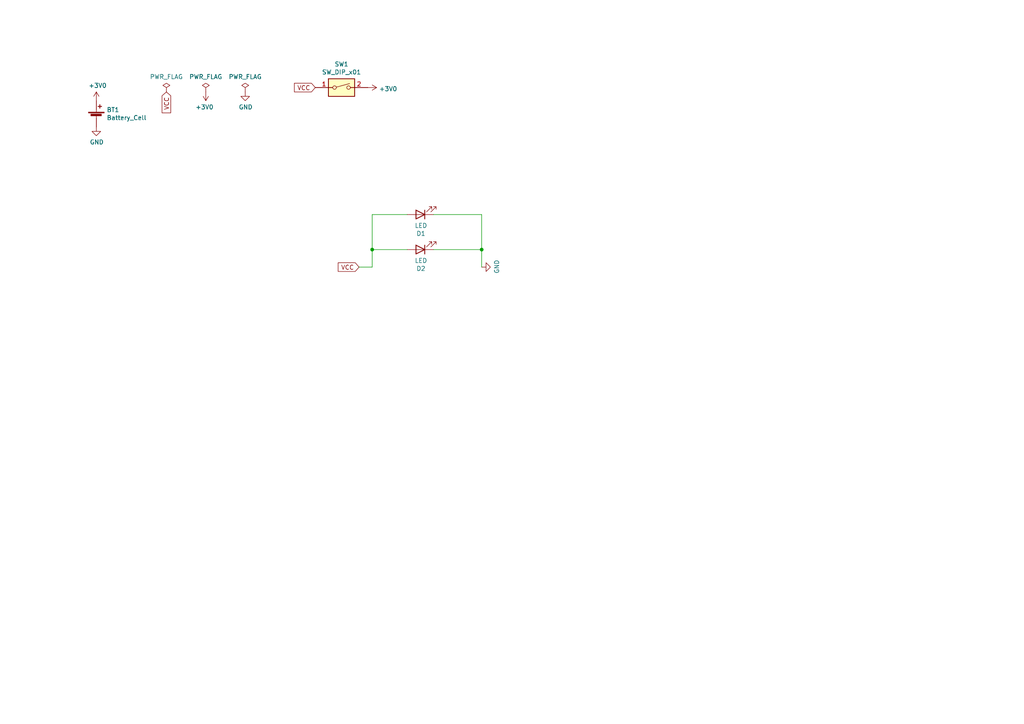
<source format=kicad_sch>
(kicad_sch (version 20230121) (generator eeschema)
  (paper "A4")
  (lib_symbols
    (symbol "Device:Battery_Cell" (pin_numbers hide) (pin_names (offset 0) hide)
      (property "Reference" "BT" (at 2.54 2.54 0))
      (property "Value" "Battery_Cell" (at 2.54 0 0))
      (symbol "Battery_Cell_0_1"
        (rectangle (start -2.286 1.778) (end 2.286 1.524) (fill (type outline)))
        (rectangle (start -1.5748 1.1938) (end 1.4732 0.6858) (fill (type outline)))
        (polyline (pts (xy 0 0.762) (xy 0 0)))
        (polyline (pts (xy 0 1.778) (xy 0 2.54)))
        (polyline (pts (xy 0.508 3.429) (xy 1.524 3.429)) (stroke (width 0.254)))
        (polyline (pts (xy 1.016 3.937) (xy 1.016 2.921)) (stroke (width 0.254)))
      )
      (symbol "Battery_Cell_1_1"
        (pin passive line (at 0 5.08 270) (length 2.54) (name "+") (number "1"))
        (pin passive line (at 0 -2.54 90) (length 2.54) (name "-") (number "2"))
      )
    )
    (symbol "Device:LED" (pin_numbers hide) (pin_names (offset 1.016) hide)
      (property "Reference" "D" (at 0 2.54 0))
      (property "Value" "LED" (at 0 -2.54 0))
      (symbol "LED_0_1"
        (polyline (pts (xy -1.27 -1.27) (xy -1.27 1.27)) (stroke (width 0.254)))
        (polyline (pts (xy -1.27 0) (xy 1.27 0)))
        (polyline (pts (xy 1.27 -1.27) (xy 1.27 1.27) (xy -1.27 0) (xy 1.27 -1.27)) (stroke (width 0.254)))
        (polyline (pts (xy -3.048 -0.762) (xy -4.572 -2.286) (xy -3.81 -2.286) (xy -4.572 -2.286) (xy -4.572 -1.524)))
        (polyline (pts (xy -1.778 -0.762) (xy -3.302 -2.286) (xy -2.54 -2.286) (xy -3.302 -2.286) (xy -3.302 -1.524)))
      )
      (symbol "LED_1_1"
        (pin passive line (at -3.81 0 0) (length 2.54) (name "K") (number "1"))
        (pin passive line (at 3.81 0 180) (length 2.54) (name "A") (number "2"))
      )
    )
    (symbol "Switch:SW_DIP_x01" (pin_names (offset 0) hide)
      (property "Reference" "SW" (at 0 3.81 0))
      (property "Value" "SW_DIP_x01" (at 0 -3.81 0))
      (symbol "SW_DIP_x01_0_0"
        (circle (center -2.032 0) (radius 0.508))
        (polyline (pts (xy -1.524 0.127) (xy 2.3622 1.1684)))
        (circle (center 2.032 0) (radius 0.508))
      )
      (symbol "SW_DIP_x01_0_1"
        (rectangle (start -3.81 2.54) (end 3.81 -2.54) (stroke (width 0.254)) (fill (type background)))
      )
      (symbol "SW_DIP_x01_1_1"
        (pin passive line (at -7.62 0 0) (length 5.08) (name "~") (number "1"))
        (pin passive line (at 7.62 0 180) (length 5.08) (name "~") (number "2"))
      )
    )
    (symbol "power:+3V0" (power) (pin_names (offset 0))
      (property "Value" "+3V0" (at 0 3.556 0))
      (symbol "+3V0_0_1"
        (polyline (pts (xy -0.762 1.27) (xy 0 2.54)))
        (polyline (pts (xy 0 0) (xy 0 2.54)))
        (polyline (pts (xy 0 2.54) (xy 0.762 1.27)))
      )
      (symbol "+3V0_1_1"
        (pin power_in line (at 0 0 90) (length 0) hide (name "+3V0") (number "1"))
      )
    )
    (symbol "power:GND" (power) (pin_names (offset 0))
      (property "Value" "GND" (at 0 -3.81 0))
      (symbol "GND_0_1"
        (polyline (pts (xy 0 0) (xy 0 -1.27) (xy 1.27 -1.27) (xy 0 -2.54) (xy -1.27 -1.27) (xy 0 -1.27)))
      )
      (symbol "GND_1_1"
        (pin power_in line (at 0 0 270) (length 0) hide (name "GND") (number "1"))
      )
    )
    (symbol "power:PWR_FLAG" (power) (pin_numbers hide) (pin_names (offset 0) hide)
      (property "Value" "PWR_FLAG" (at 0 3.81 0))
      (symbol "PWR_FLAG_0_0"
        (pin power_out line (at 0 0 90) (length 0) (name "pwr") (number "1"))
      )
      (symbol "PWR_FLAG_0_1"
        (polyline (pts (xy 0 0) (xy 0 1.27) (xy -1.016 1.905) (xy 0 2.54) (xy 1.016 1.905) (xy 0 1.27)))
      )
    )
  )
  (junction (at 139.7 72.39))
  (junction (at 107.95 72.39))
  (wire (pts (xy 139.7 62.23) (xy 125.73 62.23)))
  (wire (pts (xy 107.95 77.47) (xy 104.14 77.47)))
  (wire (pts (xy 107.95 62.23) (xy 107.95 72.39)))
  (wire (pts (xy 125.73 72.39) (xy 139.7 72.39)))
  (wire (pts (xy 118.11 72.39) (xy 107.95 72.39)))
  (wire (pts (xy 107.95 72.39) (xy 107.95 77.47)))
  (wire (pts (xy 118.11 62.23) (xy 107.95 62.23)))
  (wire (pts (xy 139.7 62.23) (xy 139.7 72.39)))
  (wire (pts (xy 139.7 72.39) (xy 139.7 77.47)))
  (global_label "VCC" (shape input) (at 104.14 77.47 180) (property "Intersheetrefs" "${INTERSHEET_REFS}" (effects hide)))
  (global_label "VCC" (shape input) (at 91.44 25.4 180) (property "Intersheetrefs" "${INTERSHEET_REFS}" (effects hide)))
  (global_label "VCC" (shape input) (at 48.26 26.67 270) (property "Intersheetrefs" "${INTERSHEET_REFS}" (effects hide)))
  (symbol (lib_id "Device:Battery_Cell") (at 27.94 34.29 0) (unit 1)
    (property "Reference" "BT1" (at 30.9372 31.8516 0) (effects (justify left)))
    (property "Value" "Battery_Cell" (at 30.9372 34.163 0) (effects (justify left)))
    (property "Footprint" "blinkyparts:BatteryHolder_CR2032_schwarz" (effects hide))
  )
  (symbol (lib_id "power:GND") (at 27.94 36.83 0) (unit 1)
    (property "Reference" "#PWR02" (effects hide))
    (property "Value" "GND" (at 28.067 41.2242 0))
  )
  (symbol (lib_id "power:+3V0") (at 27.94 29.21 0) (unit 1)
    (property "Reference" "#PWR01" (effects hide))
    (property "Value" "+3V0" (at 28.321 24.8158 0))
  )
  (symbol (lib_id "power:PWR_FLAG") (at 48.26 26.67 0) (unit 1)
    (property "Reference" "#FLG01" (effects hide))
    (property "Value" "PWR_FLAG" (at 48.26 22.2758 0))
  )
  (symbol (lib_id "power:PWR_FLAG") (at 59.69 26.67 0) (unit 1)
    (property "Reference" "#FLG02" (effects hide))
    (property "Value" "PWR_FLAG" (at 59.69 22.2758 0))
  )
  (symbol (lib_id "power:+3V0") (at 59.69 26.67 180) (unit 1)
    (property "Reference" "#PWR03" (effects hide))
    (property "Value" "+3V0" (at 59.309 31.0642 0))
  )
  (symbol (lib_id "power:PWR_FLAG") (at 71.12 26.67 0) (unit 1)
    (property "Reference" "#FLG03" (effects hide))
    (property "Value" "PWR_FLAG" (at 71.12 22.2758 0))
  )
  (symbol (lib_id "power:GND") (at 71.12 26.67 0) (unit 1)
    (property "Reference" "#PWR04" (effects hide))
    (property "Value" "GND" (at 71.247 31.0642 0))
  )
  (symbol (lib_id "Switch:SW_DIP_x01") (at 99.06 25.4 0) (unit 1)
    (property "Reference" "SW1" (at 99.06 18.6182 0))
    (property "Value" "SW_DIP_x01" (at 99.06 20.9296 0))
    (property "Footprint" "blinkyparts:Push_Button" (effects hide))
  )
  (symbol (lib_id "power:+3V0") (at 106.68 25.4 270) (unit 1)
    (property "Reference" "#PWR05" (effects hide))
    (property "Value" "+3V0" (at 109.9312 25.781 90) (effects (justify left)))
  )
  (symbol (lib_id "Device:LED") (at 121.92 62.23 180) (unit 1)
    (property "Reference" "D1" (at 122.0978 67.7418 0))
    (property "Value" "LED" (at 122.0978 65.4304 0))
    (property "Footprint" "blinkyparts:LED_D5.0mm_PLUS-Symbol" (effects hide))
  )
  (symbol (lib_id "Device:LED") (at 121.92 72.39 180) (unit 1)
    (property "Reference" "D2" (at 122.0978 77.9018 0))
    (property "Value" "LED" (at 122.0978 75.5904 0))
    (property "Footprint" "blinkyparts:LED_D5.0mm_PLUS-Symbol" (effects hide))
  )
  (symbol (lib_id "power:GND") (at 139.7 77.47 90) (unit 1)
    (property "Reference" "#PWR06" (effects hide))
    (property "Value" "GND" (at 144.0942 77.343 0))
  )
)
</source>
